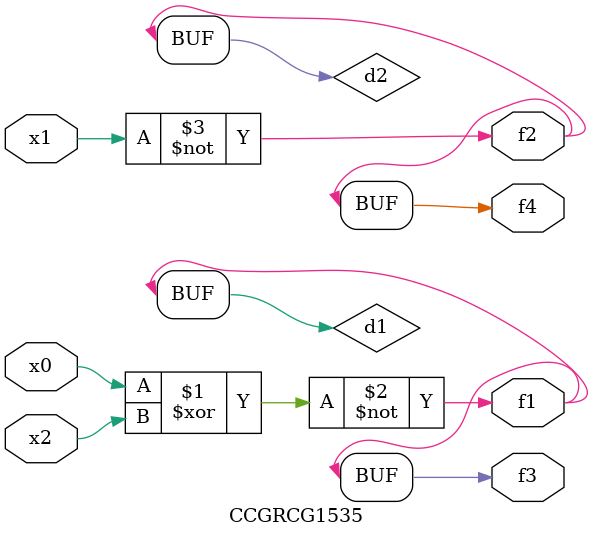
<source format=v>
module CCGRCG1535(
	input x0, x1, x2,
	output f1, f2, f3, f4
);

	wire d1, d2, d3;

	xnor (d1, x0, x2);
	nand (d2, x1);
	nor (d3, x1, x2);
	assign f1 = d1;
	assign f2 = d2;
	assign f3 = d1;
	assign f4 = d2;
endmodule

</source>
